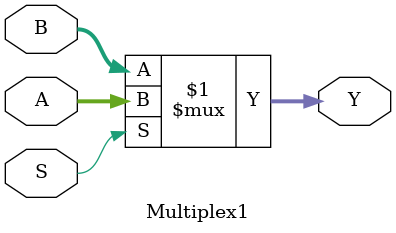
<source format=v>
module Multiplex1(A, B, S, Y);
	// Entradas
	input [31:0] A; // IM 16
	input [31:0] B; // IM 21
	
	input S; // Sinal de controle 
	
	output [31:0] Y; 
	
	assign Y = S ? A : B;
endmodule

</source>
